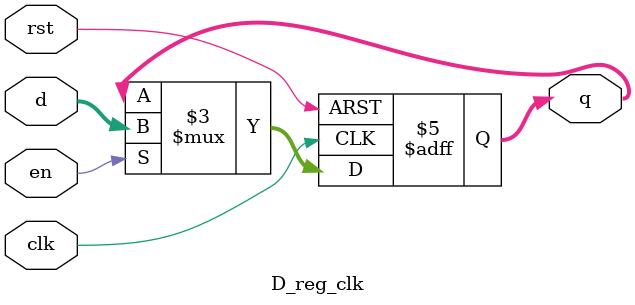
<source format=v>
`timescale 1ns / 1ps


module D_reg_clk #(parameter Data_width = 8)(clk,rst,en,d,q);

    input       clk, rst, en;
    input       [Data_width - 1 : 0] d;
    output reg  [Data_width - 1 : 0] q;
    
    
    always @(posedge clk, posedge rst)
        if (rst) begin q <= 4'b0000; end
        else if(en)begin q <= d;end
        else begin q <= q; end
        
endmodule

</source>
